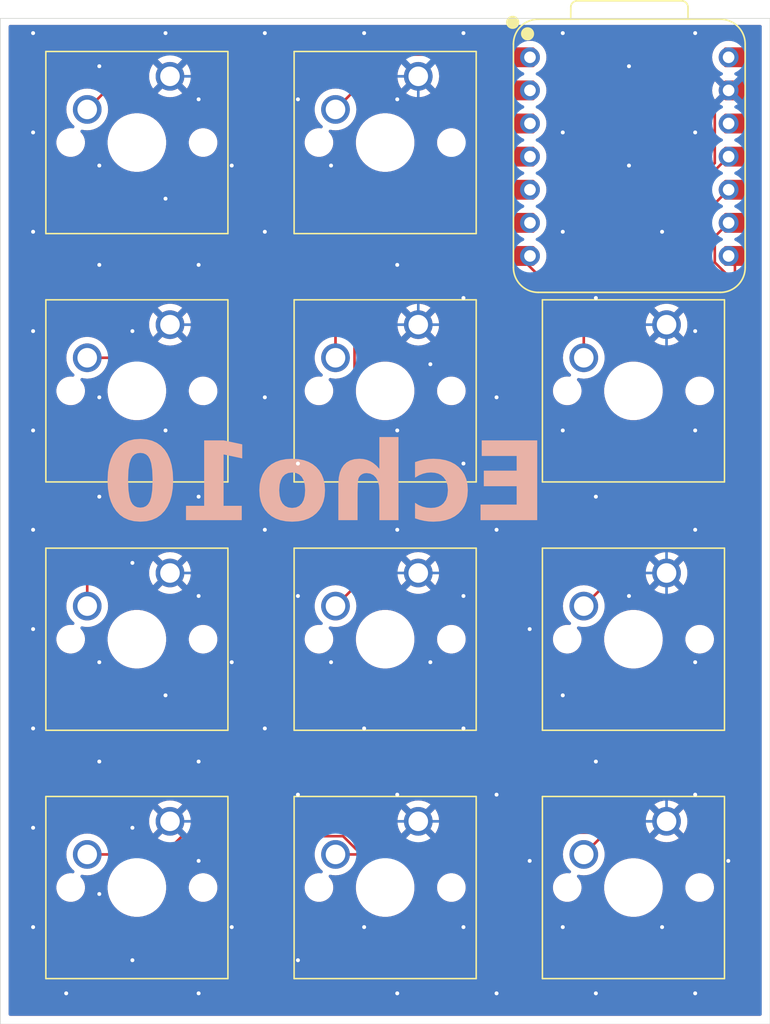
<source format=kicad_pcb>
(kicad_pcb (version 20240108) (generator "pcbnew") (generator_version "8.0")
  (layers (0 "F.Cu" signal) (31 "B.Cu" signal) (34 "B.Paste" user) (35 "F.Paste" user) (36 "B.SilkS" user "B.Silkscreen") (37 "F.SilkS" user "F.Silkscreen") (38 "B.Mask" user) (39 "F.Mask" user) (44 "Edge.Cuts" user))
  (net 0 "")
  (net 1 "GND")
  (net 2 "Net-(U1-GPIO26{slash}ADC0{slash}A0)")
  (net 3 "Net-(U1-GPIO27{slash}ADC1{slash}A1)")
  (net 4 "Net-(U1-GPIO28{slash}ADC2{slash}A2)")
  (net 5 "Net-(U1-GPIO29{slash}ADC3{slash}A3)")
  (net 6 "Net-(U1-GPIO6{slash}SDA)")
  (net 7 "Net-(U1-GPIO7{slash}SCL)")
  (net 8 "Net-(U1-GPIO0{slash}TX)")
  (net 9 "Net-(U1-GPIO1{slash}RX)")
  (net 10 "Net-(U1-GPIO2{slash}SCK)")
  (net 11 "Net-(U1-GPIO4{slash}MISO)")
  (net 12 "Net-(U1-GPIO3{slash}MOSI)")
  (net 14 "+5V")
  (footprint "Button_Switch_Keyboard:SW_Cherry_MX_1.00u_PCB" (layer "F.Cu") (at 45.4025 94.9325)
    (property "Reference" "SW9" (hide yes))
    (property "Value" "SW_Push")
    (fp_line (start -9.525 -1.905) (end 4.445 -1.905) (stroke (width 0.12)) (layer "F.SilkS"))
    (fp_line (start -9.525 12.065) (end -9.525 -1.905) (stroke (width 0.12)) (layer "F.SilkS"))
    (fp_line (start 4.445 -1.905) (end 4.445 12.065) (stroke (width 0.12)) (layer "F.SilkS"))
    (fp_line (start 4.445 12.065) (end -9.525 12.065) (stroke (width 0.12)) (layer "F.SilkS"))
    (pad "" np_thru_hole circle (at -7.62 5.08) (size 1.7 1.7) (drill 1.7) (layers "*.Cu" "*.Mask"))
    (pad "" np_thru_hole circle (at -2.54 5.08) (size 4 4) (drill 4) (layers "*.Cu" "*.Mask"))
    (pad "" np_thru_hole circle (at 2.54 5.08) (size 1.7 1.7) (drill 1.7) (layers "*.Cu" "*.Mask"))
    (pad "1" thru_hole circle (at 0 0) (size 2.2 2.2) (drill 1.5) (layers "*.Cu" "*.Mask") (net 1 "GND"))
    (pad "2" thru_hole circle (at -6.35 2.54) (size 2.2 2.2) (drill 1.5) (layers "*.Cu" "*.Mask") (net 11 "Net-(U1-GPIO4{slash}MISO)"))
  )
  (footprint "Button_Switch_Keyboard:SW_Cherry_MX_1.00u_PCB" (layer "F.Cu") (at 83.5025 75.8825)
    (property "Reference" "SW8" (hide yes))
    (property "Value" "SW_Push")
    (fp_line (start -9.525 -1.905) (end 4.445 -1.905) (stroke (width 0.12)) (layer "F.SilkS"))
    (fp_line (start -9.525 12.065) (end -9.525 -1.905) (stroke (width 0.12)) (layer "F.SilkS"))
    (fp_line (start 4.445 -1.905) (end 4.445 12.065) (stroke (width 0.12)) (layer "F.SilkS"))
    (fp_line (start 4.445 12.065) (end -9.525 12.065) (stroke (width 0.12)) (layer "F.SilkS"))
    (pad "" np_thru_hole circle (at -7.62 5.08) (size 1.7 1.7) (drill 1.7) (layers "*.Cu" "*.Mask"))
    (pad "" np_thru_hole circle (at -2.54 5.08) (size 4 4) (drill 4) (layers "*.Cu" "*.Mask"))
    (pad "" np_thru_hole circle (at 2.54 5.08) (size 1.7 1.7) (drill 1.7) (layers "*.Cu" "*.Mask"))
    (pad "1" thru_hole circle (at 0 0) (size 2.2 2.2) (drill 1.5) (layers "*.Cu" "*.Mask") (net 1 "GND"))
    (pad "2" thru_hole circle (at -6.35 2.54) (size 2.2 2.2) (drill 1.5) (layers "*.Cu" "*.Mask") (net 12 "Net-(U1-GPIO3{slash}MOSI)"))
  )
  (footprint "Button_Switch_Keyboard:SW_Cherry_MX_1.00u_PCB" (layer "F.Cu") (at 83.5025 56.8325)
    (property "Reference" "SW5" (hide yes))
    (property "Value" "SW_Push")
    (fp_line (start -9.525 -1.905) (end 4.445 -1.905) (stroke (width 0.12)) (layer "F.SilkS"))
    (fp_line (start -9.525 12.065) (end -9.525 -1.905) (stroke (width 0.12)) (layer "F.SilkS"))
    (fp_line (start 4.445 -1.905) (end 4.445 12.065) (stroke (width 0.12)) (layer "F.SilkS"))
    (fp_line (start 4.445 12.065) (end -9.525 12.065) (stroke (width 0.12)) (layer "F.SilkS"))
    (pad "" np_thru_hole circle (at -7.62 5.08) (size 1.7 1.7) (drill 1.7) (layers "*.Cu" "*.Mask"))
    (pad "" np_thru_hole circle (at -2.54 5.08) (size 4 4) (drill 4) (layers "*.Cu" "*.Mask"))
    (pad "" np_thru_hole circle (at 2.54 5.08) (size 1.7 1.7) (drill 1.7) (layers "*.Cu" "*.Mask"))
    (pad "1" thru_hole circle (at 0 0) (size 2.2 2.2) (drill 1.5) (layers "*.Cu" "*.Mask") (net 1 "GND"))
    (pad "2" thru_hole circle (at -6.35 2.54) (size 2.2 2.2) (drill 1.5) (layers "*.Cu" "*.Mask") (net 8 "Net-(U1-GPIO0{slash}TX)"))
  )
  (footprint "Button_Switch_Keyboard:SW_Cherry_MX_1.00u_PCB" (layer "F.Cu") (at 45.4025 37.7825)
    (property "Reference" "SW1" (hide yes))
    (property "Value" "SW_Push")
    (fp_line (start -9.525 -1.905) (end 4.445 -1.905) (stroke (width 0.12)) (layer "F.SilkS"))
    (fp_line (start -9.525 12.065) (end -9.525 -1.905) (stroke (width 0.12)) (layer "F.SilkS"))
    (fp_line (start 4.445 -1.905) (end 4.445 12.065) (stroke (width 0.12)) (layer "F.SilkS"))
    (fp_line (start 4.445 12.065) (end -9.525 12.065) (stroke (width 0.12)) (layer "F.SilkS"))
    (pad "" np_thru_hole circle (at -7.62 5.08) (size 1.7 1.7) (drill 1.7) (layers "*.Cu" "*.Mask"))
    (pad "" np_thru_hole circle (at -2.54 5.08) (size 4 4) (drill 4) (layers "*.Cu" "*.Mask"))
    (pad "" np_thru_hole circle (at 2.54 5.08) (size 1.7 1.7) (drill 1.7) (layers "*.Cu" "*.Mask"))
    (pad "1" thru_hole circle (at 0 0) (size 2.2 2.2) (drill 1.5) (layers "*.Cu" "*.Mask") (net 1 "GND"))
    (pad "2" thru_hole circle (at -6.35 2.54) (size 2.2 2.2) (drill 1.5) (layers "*.Cu" "*.Mask") (net 2 "Net-(U1-GPIO26{slash}ADC0{slash}A0)"))
  )
  (footprint "Button_Switch_Keyboard:SW_Cherry_MX_1.00u_PCB" (layer "F.Cu") (at 45.4025 56.8325)
    (property "Reference" "SW3" (hide yes))
    (property "Value" "SW_Push")
    (fp_line (start -9.525 -1.905) (end 4.445 -1.905) (stroke (width 0.12)) (layer "F.SilkS"))
    (fp_line (start -9.525 12.065) (end -9.525 -1.905) (stroke (width 0.12)) (layer "F.SilkS"))
    (fp_line (start 4.445 -1.905) (end 4.445 12.065) (stroke (width 0.12)) (layer "F.SilkS"))
    (fp_line (start 4.445 12.065) (end -9.525 12.065) (stroke (width 0.12)) (layer "F.SilkS"))
    (pad "" np_thru_hole circle (at -7.62 5.08) (size 1.7 1.7) (drill 1.7) (layers "*.Cu" "*.Mask"))
    (pad "" np_thru_hole circle (at -2.54 5.08) (size 4 4) (drill 4) (layers "*.Cu" "*.Mask"))
    (pad "" np_thru_hole circle (at 2.54 5.08) (size 1.7 1.7) (drill 1.7) (layers "*.Cu" "*.Mask"))
    (pad "1" thru_hole circle (at 0 0) (size 2.2 2.2) (drill 1.5) (layers "*.Cu" "*.Mask") (net 1 "GND"))
    (pad "2" thru_hole circle (at -6.35 2.54) (size 2.2 2.2) (drill 1.5) (layers "*.Cu" "*.Mask") (net 4 "Net-(U1-GPIO28{slash}ADC2{slash}A2)"))
  )
  (footprint "Button_Switch_Keyboard:SW_Cherry_MX_1.00u_PCB" (layer "F.Cu") (at 64.4525 75.8825)
    (property "Reference" "SW7" (hide yes))
    (property "Value" "SW_Push")
    (fp_line (start -9.525 -1.905) (end 4.445 -1.905) (stroke (width 0.12)) (layer "F.SilkS"))
    (fp_line (start -9.525 12.065) (end -9.525 -1.905) (stroke (width 0.12)) (layer "F.SilkS"))
    (fp_line (start 4.445 -1.905) (end 4.445 12.065) (stroke (width 0.12)) (layer "F.SilkS"))
    (fp_line (start 4.445 12.065) (end -9.525 12.065) (stroke (width 0.12)) (layer "F.SilkS"))
    (pad "" np_thru_hole circle (at -7.62 5.08) (size 1.7 1.7) (drill 1.7) (layers "*.Cu" "*.Mask"))
    (pad "" np_thru_hole circle (at -2.54 5.08) (size 4 4) (drill 4) (layers "*.Cu" "*.Mask"))
    (pad "" np_thru_hole circle (at 2.54 5.08) (size 1.7 1.7) (drill 1.7) (layers "*.Cu" "*.Mask"))
    (pad "1" thru_hole circle (at 0 0) (size 2.2 2.2) (drill 1.5) (layers "*.Cu" "*.Mask") (net 1 "GND"))
    (pad "2" thru_hole circle (at -6.35 2.54) (size 2.2 2.2) (drill 1.5) (layers "*.Cu" "*.Mask") (net 7 "Net-(U1-GPIO7{slash}SCL)"))
  )
  (footprint "OPL:XIAO-RP2040-DIP" (layer "F.Cu") (at 80.645 43.942)
    (property "Reference" "U1" (hide yes))
    (property "Value" "XIAO-RP2040-DIP")
    (fp_line (start -8.89 8.509) (end -8.89 -8.636) (stroke (width 0.127)) (layer "F.SilkS"))
    (fp_line (start -6.985 10.414) (end 6.985 10.414) (stroke (width 0.127)) (layer "F.SilkS"))
    (fp_line (start -4.495 -10.541) (end -4.491272 -11.451272) (stroke (width 0.127)) (layer "F.SilkS"))
    (fp_line (start -3.991272 -11.951) (end 4.004 -11.951) (stroke (width 0.127)) (layer "F.SilkS"))
    (fp_line (start 4.504 -11.451) (end 4.504 -10.541) (stroke (width 0.127)) (layer "F.SilkS"))
    (fp_line (start 6.985 -10.541) (end -6.985 -10.541) (stroke (width 0.1)) (layer "F.SilkS"))
    (fp_line (start 6.985 -10.541) (end -6.985 -10.541) (stroke (width 0.127)) (layer "F.SilkS"))
    (fp_line (start 8.89 8.509) (end 8.89 -8.636) (stroke (width 0.127)) (layer "F.SilkS"))
    (fp_arc (start -8.89 -8.636) (mid -8.332038 -9.983038) (end -6.985 -10.541) (stroke (width 0.127)) (layer "F.SilkS"))
    (fp_arc (start -6.985 10.414) (mid -8.332038 9.856038) (end -8.89 8.509) (stroke (width 0.127)) (layer "F.SilkS"))
    (fp_arc (start -4.491272 -11.451272) (mid -4.344724 -11.804644) (end -3.991272 -11.951) (stroke (width 0.127)) (layer "F.SilkS"))
    (fp_arc (start 4.004 -11.951) (mid 4.357553 -11.804553) (end 4.504 -11.451) (stroke (width 0.127)) (layer "F.SilkS"))
    (fp_arc (start 6.985 -10.541) (mid 8.332038 -9.983038) (end 8.89 -8.636) (stroke (width 0.127)) (layer "F.SilkS"))
    (fp_arc (start 8.89 8.509) (mid 8.332038 9.856038) (end 6.985 10.414) (stroke (width 0.127)) (layer "F.SilkS"))
    (fp_circle (center -8.95 -10.3) (end -8.95 -10.554) (stroke (width 0.5)) (fill solid) (layer "F.SilkS"))
    (fp_circle (center -7.807 -9.42) (end -7.807 -9.674) (stroke (width 0.5)) (fill solid) (layer "F.SilkS"))
    (pad "1" smd roundrect (at -8.455 -7.62 180) (size 2.432 1.524) (layers "F.Cu" "F.Mask") (roundrect_rratio 0.1) (net 2 "Net-(U1-GPIO26{slash}ADC0{slash}A0)"))
    (pad "1" thru_hole circle (at -7.62 -7.62 180) (size 1.524 1.524) (drill 0.889) (layers "*.Cu" "*.Mask") (net 2 "Net-(U1-GPIO26{slash}ADC0{slash}A0)"))
    (pad "2" smd roundrect (at -8.455 -5.08 180) (size 2.432 1.524) (layers "F.Cu" "F.Mask") (roundrect_rratio 0.1) (net 3 "Net-(U1-GPIO27{slash}ADC1{slash}A1)"))
    (pad "2" thru_hole circle (at -7.62 -5.08 180) (size 1.524 1.524) (drill 0.889) (layers "*.Cu" "*.Mask") (net 3 "Net-(U1-GPIO27{slash}ADC1{slash}A1)"))
    (pad "3" smd roundrect (at -8.455 -2.54 180) (size 2.432 1.524) (layers "F.Cu" "F.Mask") (roundrect_rratio 0.1) (net 4 "Net-(U1-GPIO28{slash}ADC2{slash}A2)"))
    (pad "3" thru_hole circle (at -7.62 -2.54 180) (size 1.524 1.524) (drill 0.889) (layers "*.Cu" "*.Mask") (net 4 "Net-(U1-GPIO28{slash}ADC2{slash}A2)"))
    (pad "4" smd roundrect (at -8.455 0 180) (size 2.432 1.524) (layers "F.Cu" "F.Mask") (roundrect_rratio 0.1) (net 5 "Net-(U1-GPIO29{slash}ADC3{slash}A3)"))
    (pad "4" thru_hole circle (at -7.62 0 180) (size 1.524 1.524) (drill 0.889) (layers "*.Cu" "*.Mask") (net 5 "Net-(U1-GPIO29{slash}ADC3{slash}A3)"))
    (pad "5" smd roundrect (at -8.455 2.54 180) (size 2.432 1.524) (layers "F.Cu" "F.Mask") (roundrect_rratio 0.1) (net 6 "Net-(U1-GPIO6{slash}SDA)"))
    (pad "5" thru_hole circle (at -7.62 2.54 180) (size 1.524 1.524) (drill 0.889) (layers "*.Cu" "*.Mask") (net 6 "Net-(U1-GPIO6{slash}SDA)"))
    (pad "6" smd roundrect (at -8.455 5.08 180) (size 2.432 1.524) (layers "F.Cu" "F.Mask") (roundrect_rratio 0.1) (net 7 "Net-(U1-GPIO7{slash}SCL)"))
    (pad "6" thru_hole circle (at -7.62 5.08 180) (size 1.524 1.524) (drill 0.889) (layers "*.Cu" "*.Mask") (net 7 "Net-(U1-GPIO7{slash}SCL)"))
    (pad "7" smd roundrect (at -8.455 7.62 180) (size 2.432 1.524) (layers "F.Cu" "F.Mask") (roundrect_rratio 0.1) (net 8 "Net-(U1-GPIO0{slash}TX)"))
    (pad "7" thru_hole circle (at -7.62 7.62 180) (size 1.524 1.524) (drill 0.889) (layers "*.Cu" "*.Mask") (net 8 "Net-(U1-GPIO0{slash}TX)"))
    (pad "8" thru_hole circle (at 7.62 7.62) (size 1.524 1.524) (drill 0.889) (layers "*.Cu" "*.Mask") (net 9 "Net-(U1-GPIO1{slash}RX)"))
    (pad "8" smd roundrect (at 8.455 7.62) (size 2.432 1.524) (layers "F.Cu" "F.Mask") (roundrect_rratio 0.1) (net 9 "Net-(U1-GPIO1{slash}RX)"))
    (pad "9" thru_hole circle (at 7.62 5.08) (size 1.524 1.524) (drill 0.889) (layers "*.Cu" "*.Mask") (net 10 "Net-(U1-GPIO2{slash}SCK)"))
    (pad "9" smd roundrect (at 8.455 5.08) (size 2.432 1.524) (layers "F.Cu" "F.Mask") (roundrect_rratio 0.1) (net 10 "Net-(U1-GPIO2{slash}SCK)"))
    (pad "10" thru_hole circle (at 7.62 2.54) (size 1.524 1.524) (drill 0.889) (layers "*.Cu" "*.Mask") (net 11 "Net-(U1-GPIO4{slash}MISO)"))
    (pad "10" smd roundrect (at 8.455 2.54) (size 2.432 1.524) (layers "F.Cu" "F.Mask") (roundrect_rratio 0.1) (net 11 "Net-(U1-GPIO4{slash}MISO)"))
    (pad "11" thru_hole circle (at 7.62 0) (size 1.524 1.524) (drill 0.889) (layers "*.Cu" "*.Mask") (net 12 "Net-(U1-GPIO3{slash}MOSI)"))
    (pad "11" smd roundrect (at 8.455 0) (size 2.432 1.524) (layers "F.Cu" "F.Mask") (roundrect_rratio 0.1) (net 12 "Net-(U1-GPIO3{slash}MOSI)"))
    (pad "12" thru_hole circle (at 7.62 -2.54) (size 1.524 1.524) (drill 0.889) (layers "*.Cu" "*.Mask"))
    (pad "12" smd roundrect (at 8.455 -2.54) (size 2.432 1.524) (layers "F.Cu" "F.Mask") (roundrect_rratio 0.1))
    (pad "13" thru_hole circle (at 7.62 -5.08) (size 1.524 1.524) (drill 0.889) (layers "*.Cu" "*.Mask") (net 1 "GND"))
    (pad "13" smd roundrect (at 8.455 -5.08) (size 2.432 1.524) (layers "F.Cu" "F.Mask") (roundrect_rratio 0.1) (net 1 "GND"))
    (pad "14" thru_hole circle (at 7.62 -7.62) (size 1.524 1.524) (drill 0.889) (layers "*.Cu" "*.Mask") (net 14 "+5V"))
    (pad "14" smd roundrect (at 8.455 -7.62) (size 2.432 1.524) (layers "F.Cu" "F.Mask") (roundrect_rratio 0.1) (net 14 "+5V"))
  )
  (footprint "Button_Switch_Keyboard:SW_Cherry_MX_1.00u_PCB" (layer "F.Cu") (at 64.4525 37.7825)
    (property "Reference" "SW2" (hide yes))
    (property "Value" "SW_Push")
    (fp_line (start -9.525 -1.905) (end 4.445 -1.905) (stroke (width 0.12)) (layer "F.SilkS"))
    (fp_line (start -9.525 12.065) (end -9.525 -1.905) (stroke (width 0.12)) (layer "F.SilkS"))
    (fp_line (start 4.445 -1.905) (end 4.445 12.065) (stroke (width 0.12)) (layer "F.SilkS"))
    (fp_line (start 4.445 12.065) (end -9.525 12.065) (stroke (width 0.12)) (layer "F.SilkS"))
    (pad "" np_thru_hole circle (at -7.62 5.08) (size 1.7 1.7) (drill 1.7) (layers "*.Cu" "*.Mask"))
    (pad "" np_thru_hole circle (at -2.54 5.08) (size 4 4) (drill 4) (layers "*.Cu" "*.Mask"))
    (pad "" np_thru_hole circle (at 2.54 5.08) (size 1.7 1.7) (drill 1.7) (layers "*.Cu" "*.Mask"))
    (pad "1" thru_hole circle (at 0 0) (size 2.2 2.2) (drill 1.5) (layers "*.Cu" "*.Mask") (net 1 "GND"))
    (pad "2" thru_hole circle (at -6.35 2.54) (size 2.2 2.2) (drill 1.5) (layers "*.Cu" "*.Mask") (net 3 "Net-(U1-GPIO27{slash}ADC1{slash}A1)"))
  )
  (footprint "Button_Switch_Keyboard:SW_Cherry_MX_1.00u_PCB" (layer "F.Cu") (at 64.4525 56.8325)
    (property "Reference" "SW4" (hide yes))
    (property "Value" "SW_Push")
    (fp_line (start -9.525 -1.905) (end 4.445 -1.905) (stroke (width 0.12)) (layer "F.SilkS"))
    (fp_line (start -9.525 12.065) (end -9.525 -1.905) (stroke (width 0.12)) (layer "F.SilkS"))
    (fp_line (start 4.445 -1.905) (end 4.445 12.065) (stroke (width 0.12)) (layer "F.SilkS"))
    (fp_line (start 4.445 12.065) (end -9.525 12.065) (stroke (width 0.12)) (layer "F.SilkS"))
    (pad "" np_thru_hole circle (at -7.62 5.08) (size 1.7 1.7) (drill 1.7) (layers "*.Cu" "*.Mask"))
    (pad "" np_thru_hole circle (at -2.54 5.08) (size 4 4) (drill 4) (layers "*.Cu" "*.Mask"))
    (pad "" np_thru_hole circle (at 2.54 5.08) (size 1.7 1.7) (drill 1.7) (layers "*.Cu" "*.Mask"))
    (pad "1" thru_hole circle (at 0 0) (size 2.2 2.2) (drill 1.5) (layers "*.Cu" "*.Mask") (net 1 "GND"))
    (pad "2" thru_hole circle (at -6.35 2.54) (size 2.2 2.2) (drill 1.5) (layers "*.Cu" "*.Mask") (net 6 "Net-(U1-GPIO6{slash}SDA)"))
  )
  (footprint "Button_Switch_Keyboard:SW_Cherry_MX_1.00u_PCB" (layer "F.Cu") (at 45.4025 75.8825)
    (property "Reference" "SW6" (hide yes))
    (property "Value" "SW_Push")
    (fp_line (start -9.525 -1.905) (end 4.445 -1.905) (stroke (width 0.12)) (layer "F.SilkS"))
    (fp_line (start -9.525 12.065) (end -9.525 -1.905) (stroke (width 0.12)) (layer "F.SilkS"))
    (fp_line (start 4.445 -1.905) (end 4.445 12.065) (stroke (width 0.12)) (layer "F.SilkS"))
    (fp_line (start 4.445 12.065) (end -9.525 12.065) (stroke (width 0.12)) (layer "F.SilkS"))
    (pad "" np_thru_hole circle (at -7.62 5.08) (size 1.7 1.7) (drill 1.7) (layers "*.Cu" "*.Mask"))
    (pad "" np_thru_hole circle (at -2.54 5.08) (size 4 4) (drill 4) (layers "*.Cu" "*.Mask"))
    (pad "" np_thru_hole circle (at 2.54 5.08) (size 1.7 1.7) (drill 1.7) (layers "*.Cu" "*.Mask"))
    (pad "1" thru_hole circle (at 0 0) (size 2.2 2.2) (drill 1.5) (layers "*.Cu" "*.Mask") (net 1 "GND"))
    (pad "2" thru_hole circle (at -6.35 2.54) (size 2.2 2.2) (drill 1.5) (layers "*.Cu" "*.Mask") (net 5 "Net-(U1-GPIO29{slash}ADC3{slash}A3)"))
  )
  (footprint "Button_Switch_Keyboard:SW_Cherry_MX_1.00u_PCB" (layer "F.Cu") (at 64.4525 94.9325)
    (property "Reference" "SW10" (hide yes))
    (property "Value" "SW_Push")
    (fp_line (start -9.525 -1.905) (end 4.445 -1.905) (stroke (width 0.12)) (layer "F.SilkS"))
    (fp_line (start -9.525 12.065) (end -9.525 -1.905) (stroke (width 0.12)) (layer "F.SilkS"))
    (fp_line (start 4.445 -1.905) (end 4.445 12.065) (stroke (width 0.12)) (layer "F.SilkS"))
    (fp_line (start 4.445 12.065) (end -9.525 12.065) (stroke (width 0.12)) (layer "F.SilkS"))
    (pad "" np_thru_hole circle (at -7.62 5.08) (size 1.7 1.7) (drill 1.7) (layers "*.Cu" "*.Mask"))
    (pad "" np_thru_hole circle (at -2.54 5.08) (size 4 4) (drill 4) (layers "*.Cu" "*.Mask"))
    (pad "" np_thru_hole circle (at 2.54 5.08) (size 1.7 1.7) (drill 1.7) (layers "*.Cu" "*.Mask"))
    (pad "1" thru_hole circle (at 0 0) (size 2.2 2.2) (drill 1.5) (layers "*.Cu" "*.Mask") (net 1 "GND"))
    (pad "2" thru_hole circle (at -6.35 2.54) (size 2.2 2.2) (drill 1.5) (layers "*.Cu" "*.Mask") (net 10 "Net-(U1-GPIO2{slash}SCK)"))
  )
  (footprint "Button_Switch_Keyboard:SW_Cherry_MX_1.00u_PCB" (layer "F.Cu") (at 83.5025 94.9325)
    (property "Reference" "SW11" (hide yes))
    (property "Value" "SW_Push")
    (fp_line (start -9.525 -1.905) (end 4.445 -1.905) (stroke (width 0.12)) (layer "F.SilkS"))
    (fp_line (start -9.525 12.065) (end -9.525 -1.905) (stroke (width 0.12)) (layer "F.SilkS"))
    (fp_line (start 4.445 -1.905) (end 4.445 12.065) (stroke (width 0.12)) (layer "F.SilkS"))
    (fp_line (start 4.445 12.065) (end -9.525 12.065) (stroke (width 0.12)) (layer "F.SilkS"))
    (pad "" np_thru_hole circle (at -7.62 5.08) (size 1.7 1.7) (drill 1.7) (layers "*.Cu" "*.Mask"))
    (pad "" np_thru_hole circle (at -2.54 5.08) (size 4 4) (drill 4) (layers "*.Cu" "*.Mask"))
    (pad "" np_thru_hole circle (at 2.54 5.08) (size 1.7 1.7) (drill 1.7) (layers "*.Cu" "*.Mask"))
    (pad "1" thru_hole circle (at 0 0) (size 2.2 2.2) (drill 1.5) (layers "*.Cu" "*.Mask") (net 1 "GND"))
    (pad "2" thru_hole circle (at -6.35 2.54) (size 2.2 2.2) (drill 1.5) (layers "*.Cu" "*.Mask") (net 9 "Net-(U1-GPIO1{slash}RX)"))
  )
  (gr_rect (start 32.385 33.3375) (end 91.44 110.49) (stroke (width 0.05)) (fill none) (layer "Edge.Cuts"))
  (gr_text "Echo10" (at 74.35 72.85 -0) (layer "B.SilkS") (effects (font (size 6 6) (thickness 0.3) (bold yes)) (justify left bottom mirror)))
  (segment (start 86 45.641314) (end 87.203 44.438314) (width 0.2) (layer "F.Cu") (net 1))
  (segment (start 86 54.335) (end 86 45.641314) (width 0.2) (layer "F.Cu") (net 1))
  (segment (start 87.203 39.924) (end 88.265 38.862) (width 0.2) (layer "F.Cu") (net 1))
  (segment (start 83.5025 56.8325) (end 86 54.335) (width 0.2) (layer "F.Cu") (net 1))
  (segment (start 87.203 44.438314) (end 87.203 39.924) (width 0.2) (layer "F.Cu") (net 1))
  (via (at 50.14 44.6275) (size 0.6) (drill 0.3) (layers "F.Cu" "B.Cu") (net 1))
  (via (at 42.52 105.5875) (size 0.6) (drill 0.3) (layers "F.Cu" "B.Cu") (net 1))
  (via (at 34.9 103.0475) (size 0.6) (drill 0.3) (layers "F.Cu" "B.Cu") (net 1))
  (via (at 70.46 92.8875) (size 0.6) (drill 0.3) (layers "F.Cu" "B.Cu") (net 1))
  (via (at 42.52 75.1075) (size 0.6) (drill 0.3) (layers "F.Cu" "B.Cu") (net 1))
  (via (at 34.9 80.1875) (size 0.6) (drill 0.3) (layers "F.Cu" "B.Cu") (net 1))
  (via (at 34.9 87.8075) (size 0.6) (drill 0.3) (layers "F.Cu" "B.Cu") (net 1))
  (via (at 78.08 54.7875) (size 0.6) (drill 0.3) (layers "F.Cu" "B.Cu") (net 1))
  (via (at 52.68 87.8075) (size 0.6) (drill 0.3) (layers "F.Cu" "B.Cu") (net 1))
  (via (at 39.98 70.0275) (size 0.6) (drill 0.3) (layers "F.Cu" "B.Cu") (net 1))
  (via (at 85.7 64.9475) (size 0.6) (drill 0.3) (layers "F.Cu" "B.Cu") (net 1))
  (via (at 45.06 47.1675) (size 0.6) (drill 0.3) (layers "F.Cu" "B.Cu") (net 1))
  (via (at 67.92 87.8075) (size 0.6) (drill 0.3) (layers "F.Cu" "B.Cu") (net 1))
  (via (at 62.84 108.1275) (size 0.6) (drill 0.3) (layers "F.Cu" "B.Cu") (net 1))
  (via (at 52.68 34.4675) (size 0.6) (drill 0.3) (layers "F.Cu" "B.Cu") (net 1))
  (via (at 47.6 39.5475) (size 0.6) (drill 0.3) (layers "F.Cu" "B.Cu") (net 1))
  (via (at 45.06 85.2675) (size 0.6) (drill 0.3) (layers "F.Cu" "B.Cu") (net 1))
  (via (at 70.46 108.1275) (size 0.6) (drill 0.3) (layers "F.Cu" "B.Cu") (net 1))
  (via (at 75.54 49.7075) (size 0.6) (drill 0.3) (layers "F.Cu" "B.Cu") (net 1))
  (via (at 67.92 103.0475) (size 0.6) (drill 0.3) (layers "F.Cu" "B.Cu") (net 1))
  (via (at 52.68 72.5675) (size 0.6) (drill 0.3) (layers "F.Cu" "B.Cu") (net 1))
  (via (at 65.38 59.8675) (size 0.6) (drill 0.3) (layers "F.Cu" "B.Cu") (net 1))
  (via (at 67.92 77.6475) (size 0.6) (drill 0.3) (layers "F.Cu" "B.Cu") (net 1))
  (via (at 39.98 82.7275) (size 0.6) (drill 0.3) (layers "F.Cu" "B.Cu") (net 1))
  (via (at 50.14 103.0475) (size 0.6) (drill 0.3) (layers "F.Cu" "B.Cu") (net 1))
  (via (at 85.7 72.5675) (size 0.6) (drill 0.3) (layers "F.Cu" "B.Cu") (net 1))
  (via (at 57.76 44.6275) (size 0.6) (drill 0.3) (layers "F.Cu" "B.Cu") (net 1))
  (via (at 85.7 34.4675) (size 0.6) (drill 0.3) (layers "F.Cu" "B.Cu") (net 1))
  (via (at 47.6 108.1275) (size 0.6) (drill 0.3) (layers "F.Cu" "B.Cu") (net 1))
  (via (at 62.84 72.5675) (size 0.6) (drill 0.3) (layers "F.Cu" "B.Cu") (net 1))
  (via (at 60.3 103.0475) (size 0.6) (drill 0.3) (layers "F.Cu" "B.Cu") (net 1))
  (via (at 85.7 92.8875) (size 0.6) (drill 0.3) (layers "F.Cu" "B.Cu") (net 1))
  (via (at 47.6 70.0275) (size 0.6) (drill 0.3) (layers "F.Cu" "B.Cu") (net 1))
  (via (at 75.54 34.4675) (size 0.6) (drill 0.3) (layers "F.Cu" "B.Cu") (net 1))
  (via (at 73 80.1875) (size 0.6) (drill 0.3) (layers "F.Cu" "B.Cu") (net 1))
  (via (at 52.68 49.7075) (size 0.6) (drill 0.3) (layers "F.Cu" "B.Cu") (net 1))
  (via (at 45.06 34.4675) (size 0.6) (drill 0.3) (layers "F.Cu" "B.Cu") (net 1))
  (via (at 47.6 97.9675) (size 0.6) (drill 0.3) (layers "F.Cu" "B.Cu") (net 1))
  (via (at 55.22 67.4875) (size 0.6) (drill 0.3) (layers "F.Cu" "B.Cu") (net 1))
  (via (at 85.7 42.0875) (size 0.6) (drill 0.3) (layers "F.Cu" "B.Cu") (net 1))
  (via (at 34.9 42.0875) (size 0.6) (drill 0.3) (layers "F.Cu" "B.Cu") (net 1))
  (via (at 62.84 39.5475) (size 0.6) (drill 0.3) (layers "F.Cu" "B.Cu") (net 1))
  (via (at 55.22 77.6475) (size 0.6) (drill 0.3) (layers "F.Cu" "B.Cu") (net 1))
  (via (at 78.08 108.1275) (size 0.6) (drill 0.3) (layers "F.Cu" "B.Cu") (net 1))
  (via (at 52.68 62.4075) (size 0.6) (drill 0.3) (layers "F.Cu" "B.Cu") (net 1))
  (via (at 34.9 64.9475) (size 0.6) (drill 0.3) (layers "F.Cu" "B.Cu") (net 1))
  (via (at 67.92 67.4875) (size 0.6) (drill 0.3) (layers "F.Cu" "B.Cu") (net 1))
  (via (at 73 97.9675) (size 0.6) (drill 0.3) (layers "F.Cu" "B.Cu") (net 1))
  (via (at 55.22 105.5875) (size 0.6) (drill 0.3) (layers "F.Cu" "B.Cu") (net 1))
  (via (at 39.98 44.6275) (size 0.6) (drill 0.3) (layers "F.Cu" "B.Cu") (net 1))
  (via (at 67.92 54.7875) (size 0.6) (drill 0.3) (layers "F.Cu" "B.Cu") (net 1))
  (via (at 42.52 95.4275) (size 0.6) (drill 0.3) (layers "F.Cu" "B.Cu") (net 1))
  (via (at 57.76 82.7275) (size 0.6) (drill 0.3) (layers "F.Cu" "B.Cu") (net 1))
  (via (at 78.08 90.3475) (size 0.6) (drill 0.3) (layers "F.Cu" "B.Cu") (net 1))
  (via (at 85.7 108.1275) (size 0.6) (drill 0.3) (layers "F.Cu" "B.Cu") (net 1))
  (via (at 39.98 52.2475) (size 0.6) (drill 0.3) (layers "F.Cu" "B.Cu") (net 1))
  (via (at 85.7 82.7275) (size 0.6) (drill 0.3) (layers "F.Cu" "B.Cu") (net 1))
  (via (at 80.62 44.6275) (size 0.6) (drill 0.3) (layers "F.Cu" "B.Cu") (net 1))
  (via (at 67.92 34.4675) (size 0.6) (drill 0.3) (layers "F.Cu" "B.Cu") (net 1))
  (via (at 88.24 97.9675) (size 0.6) (drill 0.3) (layers "F.Cu" "B.Cu") (net 1))
  (via (at 34.9 34.4675) (size 0.6) (drill 0.3) (layers "F.Cu" "B.Cu") (net 1))
  (via (at 55.22 39.5475) (size 0.6) (drill 0.3) (layers "F.Cu" "B.Cu") (net 1))
  (via (at 47.6 52.2475) (size 0.6) (drill 0.3) (layers "F.Cu" "B.Cu") (net 1))
  (via (at 60.3 34.4675) (size 0.6) (drill 0.3) (layers "F.Cu" "B.Cu") (net 1))
  (via (at 39.98 37.0075) (size 0.6) (drill 0.3) (layers "F.Cu" "B.Cu") (net 1))
  (via (at 75.54 64.9475) (size 0.6) (drill 0.3) (layers "F.Cu" "B.Cu") (net 1))
  (via (at 80.62 77.6475) (size 0.6) (drill 0.3) (layers "F.Cu" "B.Cu") (net 1))
  (via (at 80.62 37.0075) (size 0.6) (drill 0.3) (layers "F.Cu" "B.Cu") (net 1))
  (via (at 34.9 72.5675) (size 0.6) (drill 0.3) (layers "F.Cu" "B.Cu") (net 1))
  (via (at 47.6 90.3475) (size 0.6) (drill 0.3) (layers "F.Cu" "B.Cu") (net 1))
  (via (at 62.84 64.9475) (size 0.6) (drill 0.3) (layers "F.Cu" "B.Cu") (net 1))
  (via (at 85.7 57.3275) (size 0.6) (drill 0.3) (layers "F.Cu" "B.Cu") (net 1))
  (via (at 39.98 62.4075) (size 0.6) (drill 0.3) (layers "F.Cu" "B.Cu") (net 1))
  (via (at 60.3 87.8075) (size 0.6) (drill 0.3) (layers "F.Cu" "B.Cu") (net 1))
  (via (at 75.54 103.0475) (size 0.6) (drill 0.3) (layers "F.Cu" "B.Cu") (net 1))
  (via (at 50.14 82.7275) (size 0.6) (drill 0.3) (layers "F.Cu" "B.Cu") (net 1))
  (via (at 55.22 92.8875) (size 0.6) (drill 0.3) (layers "F.Cu" "B.Cu") (net 1))
  (via (at 62.84 92.8875) (size 0.6) (drill 0.3) (layers "F.Cu" "B.Cu") (net 1))
  (via (at 65.38 82.7275) (size 0.6) (drill 0.3) (layers "F.Cu" "B.Cu") (net 1))
  (via (at 34.9 95.4275) (size 0.6) (drill 0.3) (layers "F.Cu" "B.Cu") (net 1))
  (via (at 45.06 64.9475) (size 0.6) (drill 0.3) (layers "F.Cu" "B.Cu") (net 1))
  (via (at 83.16 103.0475) (size 0.6) (drill 0.3) (layers "F.Cu" "B.Cu") (net 1))
  (via (at 34.9 49.7075) (size 0.6) (drill 0.3) (layers "F.Cu" "B.Cu") (net 1))
  (via (at 39.98 100.5075) (size 0.6) (drill 0.3) (layers "F.Cu" "B.Cu") (net 1))
  (via (at 75.54 42.0875) (size 0.6) (drill 0.3) (layers "F.Cu" "B.Cu") (net 1))
  (via (at 42.52 57.3275) (size 0.6) (drill 0.3) (layers "F.Cu" "B.Cu") (net 1))
  (via (at 75.54 85.2675) (size 0.6) (drill 0.3) (layers "F.Cu" "B.Cu") (net 1))
  (via (at 70.46 72.5675) (size 0.6) (drill 0.3) (layers "F.Cu" "B.Cu") (net 1))
  (via (at 70.46 62.4075) (size 0.6) (drill 0.3) (layers "F.Cu" "B.Cu") (net 1))
  (via (at 39.98 90.3475) (size 0.6) (drill 0.3) (layers "F.Cu" "B.Cu") (net 1))
  (via (at 83.16 49.7075) (size 0.6) (drill 0.3) (layers "F.Cu" "B.Cu") (net 1))
  (via (at 34.9 57.3275) (size 0.6) (drill 0.3) (layers "F.Cu" "B.Cu") (net 1))
  (via (at 62.84 52.2475) (size 0.6) (drill 0.3) (layers "F.Cu" "B.Cu") (net 1))
  (via (at 47.6 77.6475) (size 0.6) (drill 0.3) (layers "F.Cu" "B.Cu") (net 1))
  (via (at 78.08 70.0275) (size 0.6) (drill 0.3) (layers "F.Cu" "B.Cu") (net 1))
  (via (at 37.44 108.1275) (size 0.6) (drill 0.3) (layers "F.Cu" "B.Cu") (net 1))
  (segment (start 64.4525 37.7825) (end 64.4525 56.8325) (width 0.2) (layer "B.Cu") (net 1))
  (segment (start 45.4025 37.7825) (end 64.4525 37.7825) (width 0.2) (layer "B.Cu") (net 1))
  (segment (start 83.5025 75.8825) (end 83.5025 56.8325) (width 0.2) (layer "B.Cu") (net 1))
  (segment (start 64.4525 94.9325) (end 83.5025 94.9325) (width 0.2) (layer "B.Cu") (net 1))
  (segment (start 83.5025 94.9325) (end 83.5025 75.8825) (width 0.2) (layer "B.Cu") (net 1))
  (segment (start 45.4025 56.8325) (end 64.4525 56.8325) (width 0.2) (layer "B.Cu") (net 1))
  (segment (start 45.4025 94.9325) (end 64.4525 94.9325) (width 0.2) (layer "B.Cu") (net 1))
  (segment (start 45.4025 75.8825) (end 64.4525 75.8825) (width 0.2) (layer "B.Cu") (net 1))
  (segment (start 64.4525 56.8325) (end 83.5025 56.8325) (width 0.2) (layer "B.Cu") (net 1))
  (segment (start 64.4525 75.8825) (end 83.5025 75.8825) (width 0.2) (layer "B.Cu") (net 1))
  (segment (start 70.215686 36.322) (end 69.612436 35.71875) (width 0.2) (layer "F.Cu") (net 2))
  (segment (start 43.65625 35.71875) (end 39.0525 40.3225) (width 0.2) (layer "F.Cu") (net 2))
  (segment (start 69.612436 35.71875) (end 43.65625 35.71875) (width 0.2) (layer "F.Cu") (net 2))
  (segment (start 72.19 36.322) (end 70.215686 36.322) (width 0.2) (layer "F.Cu") (net 2))
  (segment (start 69.44675 36.11875) (end 62.30625 36.11875) (width 0.2) (layer "F.Cu") (net 3))
  (segment (start 62.30625 36.11875) (end 58.1025 40.3225) (width 0.2) (layer "F.Cu") (net 3))
  (segment (start 72.19 38.862) (end 69.44675 36.11875) (width 0.2) (layer "F.Cu") (net 3))
  (segment (start 72.19 41.402) (end 70.16275 41.402) (width 0.2) (layer "F.Cu") (net 4))
  (segment (start 52.19225 59.3725) (end 39.0525 59.3725) (width 0.2) (layer "F.Cu") (net 4))
  (segment (start 70.16275 41.402) (end 52.19225 59.3725) (width 0.2) (layer "F.Cu") (net 4))
  (segment (start 68.188436 43.942) (end 39.0525 73.077936) (width 0.2) (layer "F.Cu") (net 5))
  (segment (start 39.0525 73.077936) (end 39.0525 78.4225) (width 0.2) (layer "F.Cu") (net 5))
  (segment (start 72.19 43.942) (end 68.188436 43.942) (width 0.2) (layer "F.Cu") (net 5))
  (segment (start 72.19 46.482) (end 66.214122 46.482) (width 0.2) (layer "F.Cu") (net 6))
  (segment (start 58.1025 54.593622) (end 58.1025 59.3725) (width 0.2) (layer "F.Cu") (net 6))
  (segment (start 66.214122 46.482) (end 58.1025 54.593622) (width 0.2) (layer "F.Cu") (net 6))
  (segment (start 59.5625 53.699308) (end 59.5625 76.9625) (width 0.2) (layer "F.Cu") (net 7))
  (segment (start 72.19 49.022) (end 64.239808 49.022) (width 0.2) (layer "F.Cu") (net 7))
  (segment (start 64.239808 49.022) (end 59.5625 53.699308) (width 0.2) (layer "F.Cu") (net 7))
  (segment (start 59.5625 76.9625) (end 58.1025 78.4225) (width 0.2) (layer "F.Cu") (net 7))
  (segment (start 72.19 51.562) (end 77.1525 56.5245) (width 0.2) (layer "F.Cu") (net 8))
  (segment (start 77.1525 56.5245) (end 77.1525 59.3725) (width 0.2) (layer "F.Cu") (net 8))
  (segment (start 88.75 53.034314) (end 88.95 53.234314) (width 0.2) (layer "F.Cu") (net 9))
  (segment (start 88.95 53.234314) (end 88.95 85.675) (width 0.2) (layer "F.Cu") (net 9))
  (segment (start 89.1 51.562) (end 88.75 51.912) (width 0.2) (layer "F.Cu") (net 9))
  (segment (start 88.95 85.675) (end 77.1525 97.4725) (width 0.2) (layer "F.Cu") (net 9))
  (segment (start 88.75 51.912) (end 88.75 53.034314) (width 0.2) (layer "F.Cu") (net 9))
  (segment (start 68.345343 95.804657) (end 66.65 97.5) (width 0.2) (layer "F.Cu") (net 10))
  (segment (start 66.6225 97.4725) (end 58.1025 97.4725) (width 0.2) (layer "F.Cu") (net 10))
  (segment (start 87.203 52.053) (end 88.55 53.4) (width 0.2) (layer "F.Cu") (net 10))
  (segment (start 88.265 49.022) (end 87.203 50.084) (width 0.2) (layer "F.Cu") (net 10))
  (segment (start 88.55 85.509314) (end 78.254657 95.804657) (width 0.2) (layer "F.Cu") (net 10))
  (segment (start 87.203 50.084) (end 87.203 52.053) (width 0.2) (layer "F.Cu") (net 10))
  (segment (start 88.55 53.4) (end 88.55 85.509314) (width 0.2) (layer "F.Cu") (net 10))
  (segment (start 78.254657 95.804657) (end 68.345343 95.804657) (width 0.2) (layer "F.Cu") (net 10))
  (segment (start 66.65 97.5) (end 66.6225 97.4725) (width 0.2) (layer "F.Cu") (net 10))
  (segment (start 44.9275 97.4725) (end 39.0525 97.4725) (width 0.2) (layer "F.Cu") (net 11))
  (segment (start 86.803 47.944) (end 86.803 52.218686) (width 0.2) (layer "F.Cu") (net 11))
  (segment (start 68.190687 95.393628) (end 66.511815 97.0725) (width 0.2) (layer "F.Cu") (net 11))
  (segment (start 66.511815 97.0725) (end 59.682399 97.0725) (width 0.2) (layer "F.Cu") (net 11))
  (segment (start 88.265 46.482) (end 86.803 47.944) (width 0.2) (layer "F.Cu") (net 11))
  (segment (start 86.803 52.218686) (end 88.15 53.565686) (width 0.2) (layer "F.Cu") (net 11))
  (segment (start 58.682399 96.0725) (end 46.3275 96.0725) (width 0.2) (layer "F.Cu") (net 11))
  (segment (start 59.682399 97.0725) (end 58.682399 96.0725) (width 0.2) (layer "F.Cu") (net 11))
  (segment (start 88.15 53.565686) (end 88.15 85.343628) (width 0.2) (layer "F.Cu") (net 11))
  (segment (start 46.3275 96.0725) (end 44.9275 97.4725) (width 0.2) (layer "F.Cu") (net 11))
  (segment (start 78.1 95.393628) (end 68.190687 95.393628) (width 0.2) (layer "F.Cu") (net 11))
  (segment (start 88.15 85.343628) (end 78.1 95.393628) (width 0.2) (layer "F.Cu") (net 11))
  (segment (start 88.265 43.942) (end 86.403 45.804) (width 0.2) (layer "F.Cu") (net 12))
  (segment (start 87.75 53.731372) (end 87.75 67.825) (width 0.2) (layer "F.Cu") (net 12))
  (segment (start 86.403 52.384372) (end 87.75 53.731372) (width 0.2) (layer "F.Cu") (net 12))
  (segment (start 86.403 45.804) (end 86.403 52.384372) (width 0.2) (layer "F.Cu") (net 12))
  (segment (start 87.75 67.825) (end 77.1525 78.4225) (width 0.2) (layer "F.Cu") (net 12))
  (zone (net 1) (net_name "GND") (layers "F&B.Cu") (connect_pads (clearance 0.5)) (min_thickness 0.25) (fill yes (thermal_gap 0.5) (thermal_bridge_width 0.5))
    (polygon (pts (xy 33.02 33.655) (xy 90.805 33.655) (xy 90.805 109.855) (xy 33.02 109.855)))
  )
)
</source>
